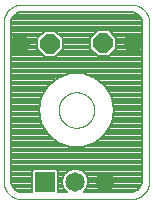
<source format=gtl>
G75*
%MOIN*%
%OFA0B0*%
%FSLAX25Y25*%
%IPPOS*%
%LPD*%
%AMOC8*
5,1,8,0,0,1.08239X$1,22.5*
%
%ADD10C,0.00000*%
%ADD11R,0.06500X0.06500*%
%ADD12C,0.06500*%
%ADD13OC8,0.06500*%
%ADD14C,0.00800*%
D10*
X0001400Y0007206D02*
X0001400Y0060194D01*
X0001402Y0060346D01*
X0001408Y0060498D01*
X0001418Y0060650D01*
X0001431Y0060801D01*
X0001449Y0060952D01*
X0001470Y0061103D01*
X0001496Y0061253D01*
X0001525Y0061402D01*
X0001558Y0061551D01*
X0001595Y0061698D01*
X0001635Y0061845D01*
X0001680Y0061990D01*
X0001728Y0062134D01*
X0001780Y0062277D01*
X0001835Y0062419D01*
X0001894Y0062559D01*
X0001957Y0062698D01*
X0002023Y0062835D01*
X0002093Y0062970D01*
X0002166Y0063103D01*
X0002243Y0063234D01*
X0002323Y0063364D01*
X0002406Y0063491D01*
X0002492Y0063616D01*
X0002582Y0063739D01*
X0002675Y0063859D01*
X0002771Y0063977D01*
X0002870Y0064093D01*
X0002972Y0064206D01*
X0003076Y0064316D01*
X0003184Y0064424D01*
X0003294Y0064528D01*
X0003407Y0064630D01*
X0003523Y0064729D01*
X0003641Y0064825D01*
X0003761Y0064918D01*
X0003884Y0065008D01*
X0004009Y0065094D01*
X0004136Y0065177D01*
X0004266Y0065257D01*
X0004397Y0065334D01*
X0004530Y0065407D01*
X0004665Y0065477D01*
X0004802Y0065543D01*
X0004941Y0065606D01*
X0005081Y0065665D01*
X0005223Y0065720D01*
X0005366Y0065772D01*
X0005510Y0065820D01*
X0005655Y0065865D01*
X0005802Y0065905D01*
X0005949Y0065942D01*
X0006098Y0065975D01*
X0006247Y0066004D01*
X0006397Y0066030D01*
X0006548Y0066051D01*
X0006699Y0066069D01*
X0006850Y0066082D01*
X0007002Y0066092D01*
X0007154Y0066098D01*
X0007306Y0066100D01*
X0043994Y0066100D01*
X0044146Y0066098D01*
X0044298Y0066092D01*
X0044450Y0066082D01*
X0044601Y0066069D01*
X0044752Y0066051D01*
X0044903Y0066030D01*
X0045053Y0066004D01*
X0045202Y0065975D01*
X0045351Y0065942D01*
X0045498Y0065905D01*
X0045645Y0065865D01*
X0045790Y0065820D01*
X0045934Y0065772D01*
X0046077Y0065720D01*
X0046219Y0065665D01*
X0046359Y0065606D01*
X0046498Y0065543D01*
X0046635Y0065477D01*
X0046770Y0065407D01*
X0046903Y0065334D01*
X0047034Y0065257D01*
X0047164Y0065177D01*
X0047291Y0065094D01*
X0047416Y0065008D01*
X0047539Y0064918D01*
X0047659Y0064825D01*
X0047777Y0064729D01*
X0047893Y0064630D01*
X0048006Y0064528D01*
X0048116Y0064424D01*
X0048224Y0064316D01*
X0048328Y0064206D01*
X0048430Y0064093D01*
X0048529Y0063977D01*
X0048625Y0063859D01*
X0048718Y0063739D01*
X0048808Y0063616D01*
X0048894Y0063491D01*
X0048977Y0063364D01*
X0049057Y0063234D01*
X0049134Y0063103D01*
X0049207Y0062970D01*
X0049277Y0062835D01*
X0049343Y0062698D01*
X0049406Y0062559D01*
X0049465Y0062419D01*
X0049520Y0062277D01*
X0049572Y0062134D01*
X0049620Y0061990D01*
X0049665Y0061845D01*
X0049705Y0061698D01*
X0049742Y0061551D01*
X0049775Y0061402D01*
X0049804Y0061253D01*
X0049830Y0061103D01*
X0049851Y0060952D01*
X0049869Y0060801D01*
X0049882Y0060650D01*
X0049892Y0060498D01*
X0049898Y0060346D01*
X0049900Y0060194D01*
X0049900Y0007206D01*
X0049898Y0007054D01*
X0049892Y0006902D01*
X0049882Y0006750D01*
X0049869Y0006599D01*
X0049851Y0006448D01*
X0049830Y0006297D01*
X0049804Y0006147D01*
X0049775Y0005998D01*
X0049742Y0005849D01*
X0049705Y0005702D01*
X0049665Y0005555D01*
X0049620Y0005410D01*
X0049572Y0005266D01*
X0049520Y0005123D01*
X0049465Y0004981D01*
X0049406Y0004841D01*
X0049343Y0004702D01*
X0049277Y0004565D01*
X0049207Y0004430D01*
X0049134Y0004297D01*
X0049057Y0004166D01*
X0048977Y0004036D01*
X0048894Y0003909D01*
X0048808Y0003784D01*
X0048718Y0003661D01*
X0048625Y0003541D01*
X0048529Y0003423D01*
X0048430Y0003307D01*
X0048328Y0003194D01*
X0048224Y0003084D01*
X0048116Y0002976D01*
X0048006Y0002872D01*
X0047893Y0002770D01*
X0047777Y0002671D01*
X0047659Y0002575D01*
X0047539Y0002482D01*
X0047416Y0002392D01*
X0047291Y0002306D01*
X0047164Y0002223D01*
X0047034Y0002143D01*
X0046903Y0002066D01*
X0046770Y0001993D01*
X0046635Y0001923D01*
X0046498Y0001857D01*
X0046359Y0001794D01*
X0046219Y0001735D01*
X0046077Y0001680D01*
X0045934Y0001628D01*
X0045790Y0001580D01*
X0045645Y0001535D01*
X0045498Y0001495D01*
X0045351Y0001458D01*
X0045202Y0001425D01*
X0045053Y0001396D01*
X0044903Y0001370D01*
X0044752Y0001349D01*
X0044601Y0001331D01*
X0044450Y0001318D01*
X0044298Y0001308D01*
X0044146Y0001302D01*
X0043994Y0001300D01*
X0007306Y0001300D01*
X0007154Y0001302D01*
X0007002Y0001308D01*
X0006850Y0001318D01*
X0006699Y0001331D01*
X0006548Y0001349D01*
X0006397Y0001370D01*
X0006247Y0001396D01*
X0006098Y0001425D01*
X0005949Y0001458D01*
X0005802Y0001495D01*
X0005655Y0001535D01*
X0005510Y0001580D01*
X0005366Y0001628D01*
X0005223Y0001680D01*
X0005081Y0001735D01*
X0004941Y0001794D01*
X0004802Y0001857D01*
X0004665Y0001923D01*
X0004530Y0001993D01*
X0004397Y0002066D01*
X0004266Y0002143D01*
X0004136Y0002223D01*
X0004009Y0002306D01*
X0003884Y0002392D01*
X0003761Y0002482D01*
X0003641Y0002575D01*
X0003523Y0002671D01*
X0003407Y0002770D01*
X0003294Y0002872D01*
X0003184Y0002976D01*
X0003076Y0003084D01*
X0002972Y0003194D01*
X0002870Y0003307D01*
X0002771Y0003423D01*
X0002675Y0003541D01*
X0002582Y0003661D01*
X0002492Y0003784D01*
X0002406Y0003909D01*
X0002323Y0004036D01*
X0002243Y0004166D01*
X0002166Y0004297D01*
X0002093Y0004430D01*
X0002023Y0004565D01*
X0001957Y0004702D01*
X0001894Y0004841D01*
X0001835Y0004981D01*
X0001780Y0005123D01*
X0001728Y0005266D01*
X0001680Y0005410D01*
X0001635Y0005555D01*
X0001595Y0005702D01*
X0001558Y0005849D01*
X0001525Y0005998D01*
X0001496Y0006147D01*
X0001470Y0006297D01*
X0001449Y0006448D01*
X0001431Y0006599D01*
X0001418Y0006750D01*
X0001408Y0006902D01*
X0001402Y0007054D01*
X0001400Y0007206D01*
X0019744Y0031000D02*
X0019746Y0031153D01*
X0019752Y0031307D01*
X0019762Y0031460D01*
X0019776Y0031612D01*
X0019794Y0031765D01*
X0019816Y0031916D01*
X0019841Y0032067D01*
X0019871Y0032218D01*
X0019905Y0032368D01*
X0019942Y0032516D01*
X0019983Y0032664D01*
X0020028Y0032810D01*
X0020077Y0032956D01*
X0020130Y0033100D01*
X0020186Y0033242D01*
X0020246Y0033383D01*
X0020310Y0033523D01*
X0020377Y0033661D01*
X0020448Y0033797D01*
X0020523Y0033931D01*
X0020600Y0034063D01*
X0020682Y0034193D01*
X0020766Y0034321D01*
X0020854Y0034447D01*
X0020945Y0034570D01*
X0021039Y0034691D01*
X0021137Y0034809D01*
X0021237Y0034925D01*
X0021341Y0035038D01*
X0021447Y0035149D01*
X0021556Y0035257D01*
X0021668Y0035362D01*
X0021782Y0035463D01*
X0021900Y0035562D01*
X0022019Y0035658D01*
X0022141Y0035751D01*
X0022266Y0035840D01*
X0022393Y0035927D01*
X0022522Y0036009D01*
X0022653Y0036089D01*
X0022786Y0036165D01*
X0022921Y0036238D01*
X0023058Y0036307D01*
X0023197Y0036372D01*
X0023337Y0036434D01*
X0023479Y0036492D01*
X0023622Y0036547D01*
X0023767Y0036598D01*
X0023913Y0036645D01*
X0024060Y0036688D01*
X0024208Y0036727D01*
X0024357Y0036763D01*
X0024507Y0036794D01*
X0024658Y0036822D01*
X0024809Y0036846D01*
X0024962Y0036866D01*
X0025114Y0036882D01*
X0025267Y0036894D01*
X0025420Y0036902D01*
X0025573Y0036906D01*
X0025727Y0036906D01*
X0025880Y0036902D01*
X0026033Y0036894D01*
X0026186Y0036882D01*
X0026338Y0036866D01*
X0026491Y0036846D01*
X0026642Y0036822D01*
X0026793Y0036794D01*
X0026943Y0036763D01*
X0027092Y0036727D01*
X0027240Y0036688D01*
X0027387Y0036645D01*
X0027533Y0036598D01*
X0027678Y0036547D01*
X0027821Y0036492D01*
X0027963Y0036434D01*
X0028103Y0036372D01*
X0028242Y0036307D01*
X0028379Y0036238D01*
X0028514Y0036165D01*
X0028647Y0036089D01*
X0028778Y0036009D01*
X0028907Y0035927D01*
X0029034Y0035840D01*
X0029159Y0035751D01*
X0029281Y0035658D01*
X0029400Y0035562D01*
X0029518Y0035463D01*
X0029632Y0035362D01*
X0029744Y0035257D01*
X0029853Y0035149D01*
X0029959Y0035038D01*
X0030063Y0034925D01*
X0030163Y0034809D01*
X0030261Y0034691D01*
X0030355Y0034570D01*
X0030446Y0034447D01*
X0030534Y0034321D01*
X0030618Y0034193D01*
X0030700Y0034063D01*
X0030777Y0033931D01*
X0030852Y0033797D01*
X0030923Y0033661D01*
X0030990Y0033523D01*
X0031054Y0033383D01*
X0031114Y0033242D01*
X0031170Y0033100D01*
X0031223Y0032956D01*
X0031272Y0032810D01*
X0031317Y0032664D01*
X0031358Y0032516D01*
X0031395Y0032368D01*
X0031429Y0032218D01*
X0031459Y0032067D01*
X0031484Y0031916D01*
X0031506Y0031765D01*
X0031524Y0031612D01*
X0031538Y0031460D01*
X0031548Y0031307D01*
X0031554Y0031153D01*
X0031556Y0031000D01*
X0031554Y0030847D01*
X0031548Y0030693D01*
X0031538Y0030540D01*
X0031524Y0030388D01*
X0031506Y0030235D01*
X0031484Y0030084D01*
X0031459Y0029933D01*
X0031429Y0029782D01*
X0031395Y0029632D01*
X0031358Y0029484D01*
X0031317Y0029336D01*
X0031272Y0029190D01*
X0031223Y0029044D01*
X0031170Y0028900D01*
X0031114Y0028758D01*
X0031054Y0028617D01*
X0030990Y0028477D01*
X0030923Y0028339D01*
X0030852Y0028203D01*
X0030777Y0028069D01*
X0030700Y0027937D01*
X0030618Y0027807D01*
X0030534Y0027679D01*
X0030446Y0027553D01*
X0030355Y0027430D01*
X0030261Y0027309D01*
X0030163Y0027191D01*
X0030063Y0027075D01*
X0029959Y0026962D01*
X0029853Y0026851D01*
X0029744Y0026743D01*
X0029632Y0026638D01*
X0029518Y0026537D01*
X0029400Y0026438D01*
X0029281Y0026342D01*
X0029159Y0026249D01*
X0029034Y0026160D01*
X0028907Y0026073D01*
X0028778Y0025991D01*
X0028647Y0025911D01*
X0028514Y0025835D01*
X0028379Y0025762D01*
X0028242Y0025693D01*
X0028103Y0025628D01*
X0027963Y0025566D01*
X0027821Y0025508D01*
X0027678Y0025453D01*
X0027533Y0025402D01*
X0027387Y0025355D01*
X0027240Y0025312D01*
X0027092Y0025273D01*
X0026943Y0025237D01*
X0026793Y0025206D01*
X0026642Y0025178D01*
X0026491Y0025154D01*
X0026338Y0025134D01*
X0026186Y0025118D01*
X0026033Y0025106D01*
X0025880Y0025098D01*
X0025727Y0025094D01*
X0025573Y0025094D01*
X0025420Y0025098D01*
X0025267Y0025106D01*
X0025114Y0025118D01*
X0024962Y0025134D01*
X0024809Y0025154D01*
X0024658Y0025178D01*
X0024507Y0025206D01*
X0024357Y0025237D01*
X0024208Y0025273D01*
X0024060Y0025312D01*
X0023913Y0025355D01*
X0023767Y0025402D01*
X0023622Y0025453D01*
X0023479Y0025508D01*
X0023337Y0025566D01*
X0023197Y0025628D01*
X0023058Y0025693D01*
X0022921Y0025762D01*
X0022786Y0025835D01*
X0022653Y0025911D01*
X0022522Y0025991D01*
X0022393Y0026073D01*
X0022266Y0026160D01*
X0022141Y0026249D01*
X0022019Y0026342D01*
X0021900Y0026438D01*
X0021782Y0026537D01*
X0021668Y0026638D01*
X0021556Y0026743D01*
X0021447Y0026851D01*
X0021341Y0026962D01*
X0021237Y0027075D01*
X0021137Y0027191D01*
X0021039Y0027309D01*
X0020945Y0027430D01*
X0020854Y0027553D01*
X0020766Y0027679D01*
X0020682Y0027807D01*
X0020600Y0027937D01*
X0020523Y0028069D01*
X0020448Y0028203D01*
X0020377Y0028339D01*
X0020310Y0028477D01*
X0020246Y0028617D01*
X0020186Y0028758D01*
X0020130Y0028900D01*
X0020077Y0029044D01*
X0020028Y0029190D01*
X0019983Y0029336D01*
X0019942Y0029484D01*
X0019905Y0029632D01*
X0019871Y0029782D01*
X0019841Y0029933D01*
X0019816Y0030084D01*
X0019794Y0030235D01*
X0019776Y0030388D01*
X0019762Y0030540D01*
X0019752Y0030693D01*
X0019746Y0030847D01*
X0019744Y0031000D01*
D11*
X0015300Y0007100D03*
D12*
X0025300Y0007100D03*
X0035300Y0007100D03*
X0044588Y0053200D03*
X0006834Y0053100D03*
D13*
X0016832Y0053100D03*
X0034590Y0053200D03*
D14*
X0003867Y0006522D02*
X0004391Y0005258D01*
X0005358Y0004291D01*
X0006622Y0003767D01*
X0007305Y0003700D01*
X0010950Y0003700D01*
X0010950Y0010806D01*
X0011594Y0011450D01*
X0019006Y0011450D01*
X0019650Y0010806D01*
X0019650Y0003700D01*
X0022548Y0003700D01*
X0021612Y0004636D01*
X0020950Y0006235D01*
X0020950Y0007965D01*
X0021612Y0009564D01*
X0022836Y0010788D01*
X0024435Y0011450D01*
X0026165Y0011450D01*
X0027764Y0010788D01*
X0028988Y0009564D01*
X0029650Y0007965D01*
X0029650Y0006235D01*
X0028988Y0004636D01*
X0028052Y0003700D01*
X0043994Y0003700D01*
X0044678Y0003767D01*
X0045942Y0004291D01*
X0046909Y0005258D01*
X0047433Y0006522D01*
X0047500Y0007205D01*
X0047500Y0060194D01*
X0047433Y0060878D01*
X0046909Y0062142D01*
X0045942Y0063109D01*
X0044678Y0063633D01*
X0043994Y0063700D01*
X0007305Y0063700D01*
X0006622Y0063633D01*
X0005358Y0063109D01*
X0004391Y0062142D01*
X0003867Y0060878D01*
X0003800Y0060194D01*
X0003800Y0007206D01*
X0003867Y0006522D01*
X0003831Y0006890D02*
X0010950Y0006890D01*
X0010950Y0007688D02*
X0003800Y0007688D01*
X0003800Y0008487D02*
X0010950Y0008487D01*
X0010950Y0009285D02*
X0003800Y0009285D01*
X0003800Y0010084D02*
X0010950Y0010084D01*
X0011027Y0010882D02*
X0003800Y0010882D01*
X0003800Y0011681D02*
X0047500Y0011681D01*
X0047500Y0012479D02*
X0003800Y0012479D01*
X0003800Y0013278D02*
X0047500Y0013278D01*
X0047500Y0014076D02*
X0003800Y0014076D01*
X0003800Y0014875D02*
X0047500Y0014875D01*
X0047500Y0015673D02*
X0003800Y0015673D01*
X0003800Y0016472D02*
X0047500Y0016472D01*
X0047500Y0017270D02*
X0003800Y0017270D01*
X0003800Y0018069D02*
X0047500Y0018069D01*
X0047500Y0018867D02*
X0028340Y0018867D01*
X0027823Y0018679D02*
X0031905Y0020165D01*
X0031905Y0020165D01*
X0035234Y0022958D01*
X0035234Y0022958D01*
X0037407Y0026721D01*
X0038161Y0031000D01*
X0037407Y0035279D01*
X0035234Y0039042D01*
X0031906Y0041835D01*
X0031905Y0041835D01*
X0027823Y0043321D01*
X0023477Y0043321D01*
X0019395Y0041835D01*
X0019394Y0041835D01*
X0016066Y0039042D01*
X0016066Y0039042D01*
X0013893Y0035279D01*
X0013139Y0031000D01*
X0013893Y0026721D01*
X0016066Y0022958D01*
X0019394Y0020165D01*
X0023477Y0018679D01*
X0027823Y0018679D01*
X0030533Y0019666D02*
X0047500Y0019666D01*
X0047500Y0020464D02*
X0032262Y0020464D01*
X0033214Y0021263D02*
X0047500Y0021263D01*
X0047500Y0022061D02*
X0034165Y0022061D01*
X0035117Y0022860D02*
X0047500Y0022860D01*
X0047500Y0023658D02*
X0035638Y0023658D01*
X0036099Y0024457D02*
X0047500Y0024457D01*
X0047500Y0025255D02*
X0036560Y0025255D01*
X0037021Y0026054D02*
X0047500Y0026054D01*
X0047500Y0026852D02*
X0037430Y0026852D01*
X0037407Y0026721D02*
X0037407Y0026721D01*
X0037570Y0027651D02*
X0047500Y0027651D01*
X0047500Y0028449D02*
X0037711Y0028449D01*
X0037852Y0029248D02*
X0047500Y0029248D01*
X0047500Y0030046D02*
X0037993Y0030046D01*
X0038134Y0030845D02*
X0047500Y0030845D01*
X0047500Y0031643D02*
X0038048Y0031643D01*
X0037907Y0032442D02*
X0047500Y0032442D01*
X0047500Y0033240D02*
X0037766Y0033240D01*
X0037625Y0034039D02*
X0047500Y0034039D01*
X0047500Y0034837D02*
X0037484Y0034837D01*
X0037407Y0035279D02*
X0037407Y0035279D01*
X0037200Y0035636D02*
X0047500Y0035636D01*
X0047500Y0036434D02*
X0036739Y0036434D01*
X0036278Y0037233D02*
X0047500Y0037233D01*
X0047500Y0038032D02*
X0035817Y0038032D01*
X0035356Y0038830D02*
X0047500Y0038830D01*
X0047500Y0039629D02*
X0034535Y0039629D01*
X0035234Y0039042D02*
X0035234Y0039042D01*
X0035234Y0039042D01*
X0033583Y0040427D02*
X0047500Y0040427D01*
X0047500Y0041226D02*
X0032632Y0041226D01*
X0031386Y0042024D02*
X0047500Y0042024D01*
X0047500Y0042823D02*
X0029192Y0042823D01*
X0032788Y0048850D02*
X0036392Y0048850D01*
X0038940Y0051398D01*
X0038940Y0055002D01*
X0036392Y0057550D01*
X0032788Y0057550D01*
X0030240Y0055002D01*
X0030240Y0051398D01*
X0032788Y0048850D01*
X0032427Y0049211D02*
X0019095Y0049211D01*
X0018634Y0048750D02*
X0021182Y0051298D01*
X0021182Y0054902D01*
X0018634Y0057450D01*
X0015030Y0057450D01*
X0012482Y0054902D01*
X0012482Y0051298D01*
X0015030Y0048750D01*
X0018634Y0048750D01*
X0019893Y0050009D02*
X0031629Y0050009D01*
X0030830Y0050808D02*
X0020692Y0050808D01*
X0021182Y0051606D02*
X0030240Y0051606D01*
X0030240Y0052405D02*
X0021182Y0052405D01*
X0021182Y0053203D02*
X0030240Y0053203D01*
X0030240Y0054002D02*
X0021182Y0054002D01*
X0021182Y0054800D02*
X0030240Y0054800D01*
X0030837Y0055599D02*
X0020485Y0055599D01*
X0019687Y0056397D02*
X0031635Y0056397D01*
X0032434Y0057196D02*
X0018888Y0057196D01*
X0014776Y0057196D02*
X0003800Y0057196D01*
X0003800Y0057994D02*
X0047500Y0057994D01*
X0047500Y0057196D02*
X0036746Y0057196D01*
X0037544Y0056397D02*
X0047500Y0056397D01*
X0047500Y0055599D02*
X0038343Y0055599D01*
X0038940Y0054800D02*
X0047500Y0054800D01*
X0047500Y0054002D02*
X0038940Y0054002D01*
X0038940Y0053203D02*
X0047500Y0053203D01*
X0047500Y0052405D02*
X0038940Y0052405D01*
X0038940Y0051606D02*
X0047500Y0051606D01*
X0047500Y0050808D02*
X0038349Y0050808D01*
X0037551Y0050009D02*
X0047500Y0050009D01*
X0047500Y0049211D02*
X0036752Y0049211D01*
X0046973Y0061987D02*
X0004326Y0061987D01*
X0003996Y0061188D02*
X0047304Y0061188D01*
X0047481Y0060390D02*
X0003819Y0060390D01*
X0003800Y0059591D02*
X0047500Y0059591D01*
X0047500Y0058793D02*
X0003800Y0058793D01*
X0003800Y0056397D02*
X0013978Y0056397D01*
X0013179Y0055599D02*
X0003800Y0055599D01*
X0003800Y0054800D02*
X0012482Y0054800D01*
X0012482Y0054002D02*
X0003800Y0054002D01*
X0003800Y0053203D02*
X0012482Y0053203D01*
X0012482Y0052405D02*
X0003800Y0052405D01*
X0003800Y0051606D02*
X0012482Y0051606D01*
X0012973Y0050808D02*
X0003800Y0050808D01*
X0003800Y0050009D02*
X0013771Y0050009D01*
X0014570Y0049211D02*
X0003800Y0049211D01*
X0003800Y0048412D02*
X0047500Y0048412D01*
X0047500Y0047614D02*
X0003800Y0047614D01*
X0003800Y0046815D02*
X0047500Y0046815D01*
X0047500Y0046017D02*
X0003800Y0046017D01*
X0003800Y0045218D02*
X0047500Y0045218D01*
X0047500Y0044420D02*
X0003800Y0044420D01*
X0003800Y0043621D02*
X0047500Y0043621D01*
X0046266Y0062785D02*
X0005034Y0062785D01*
X0006504Y0063584D02*
X0044796Y0063584D01*
X0022108Y0042823D02*
X0003800Y0042823D01*
X0003800Y0042024D02*
X0019914Y0042024D01*
X0018668Y0041226D02*
X0003800Y0041226D01*
X0003800Y0040427D02*
X0017717Y0040427D01*
X0016765Y0039629D02*
X0003800Y0039629D01*
X0003800Y0038830D02*
X0015944Y0038830D01*
X0015483Y0038032D02*
X0003800Y0038032D01*
X0003800Y0037233D02*
X0015022Y0037233D01*
X0014561Y0036434D02*
X0003800Y0036434D01*
X0003800Y0035636D02*
X0014100Y0035636D01*
X0013893Y0035279D02*
X0013893Y0035279D01*
X0013816Y0034837D02*
X0003800Y0034837D01*
X0003800Y0034039D02*
X0013675Y0034039D01*
X0013534Y0033240D02*
X0003800Y0033240D01*
X0003800Y0032442D02*
X0013393Y0032442D01*
X0013252Y0031643D02*
X0003800Y0031643D01*
X0003800Y0030845D02*
X0013166Y0030845D01*
X0013139Y0031000D02*
X0013139Y0031000D01*
X0013307Y0030046D02*
X0003800Y0030046D01*
X0003800Y0029248D02*
X0013448Y0029248D01*
X0013589Y0028449D02*
X0003800Y0028449D01*
X0003800Y0027651D02*
X0013730Y0027651D01*
X0013870Y0026852D02*
X0003800Y0026852D01*
X0003800Y0026054D02*
X0014279Y0026054D01*
X0013893Y0026721D02*
X0013893Y0026721D01*
X0014740Y0025255D02*
X0003800Y0025255D01*
X0003800Y0024457D02*
X0015201Y0024457D01*
X0015662Y0023658D02*
X0003800Y0023658D01*
X0003800Y0022860D02*
X0016183Y0022860D01*
X0016066Y0022958D02*
X0016066Y0022958D01*
X0016066Y0022958D01*
X0017135Y0022061D02*
X0003800Y0022061D01*
X0003800Y0021263D02*
X0018086Y0021263D01*
X0019038Y0020464D02*
X0003800Y0020464D01*
X0003800Y0019666D02*
X0020766Y0019666D01*
X0022960Y0018867D02*
X0003800Y0018867D01*
X0004046Y0006091D02*
X0010950Y0006091D01*
X0010950Y0005293D02*
X0004376Y0005293D01*
X0005155Y0004494D02*
X0010950Y0004494D01*
X0019650Y0004494D02*
X0021754Y0004494D01*
X0021340Y0005293D02*
X0019650Y0005293D01*
X0019650Y0006091D02*
X0021009Y0006091D01*
X0020950Y0006890D02*
X0019650Y0006890D01*
X0019650Y0007688D02*
X0020950Y0007688D01*
X0021166Y0008487D02*
X0019650Y0008487D01*
X0019650Y0009285D02*
X0021497Y0009285D01*
X0022132Y0010084D02*
X0019650Y0010084D01*
X0019573Y0010882D02*
X0023064Y0010882D01*
X0027536Y0010882D02*
X0047500Y0010882D01*
X0047500Y0010084D02*
X0028468Y0010084D01*
X0029103Y0009285D02*
X0047500Y0009285D01*
X0047500Y0008487D02*
X0029434Y0008487D01*
X0029650Y0007688D02*
X0047500Y0007688D01*
X0047469Y0006890D02*
X0029650Y0006890D01*
X0029590Y0006091D02*
X0047254Y0006091D01*
X0046924Y0005293D02*
X0029260Y0005293D01*
X0028846Y0004494D02*
X0046145Y0004494D01*
M02*

</source>
